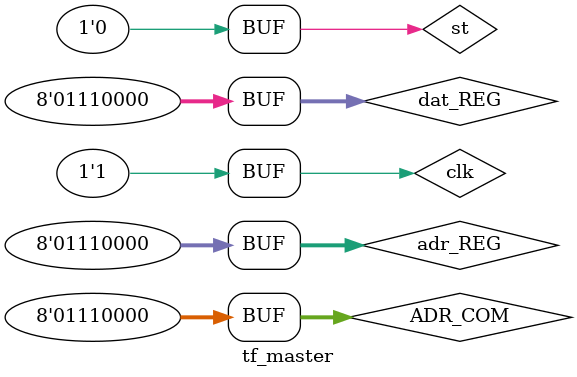
<source format=v>
`timescale 1ns / 1ps


module tf_master;

	// Inputs
	reg st;
	reg clk;
	reg [7:0] ADR_COM;
	reg [7:0] adr_REG;
	reg [7:0] dat_REG;

	// Outputs
	wire SCL;
	wire SDA_MASTER;
	wire T_start;
	wire T_stop;
	wire [3:0] cb_bit;
	wire T_AC;
	wire en_tx;
	wire ce_tact;
	wire ce_bit;
	wire ce_byte;
	wire ce_AC;
	wire err_AC;
	wire [2:0] cb_byte;
	wire [7:0] sr_rx_SDA;
	wire [7:0] RX_dat;

	// Bidirs
	wire wireSDA;

	// Instantiate the Unit Under Test (UUT)
	MASTER_I2C uut (
		.wireSDA(wireSDA), 
		.st(st), 
		.SCL(SCL), 
		.clk(clk), 
		.SDA_MASTER(SDA_MASTER), 
		.ADR_COM(ADR_COM), 
		.T_start(T_start), 
		.adr_REG(adr_REG), 
		.T_stop(T_stop), 
		.dat_REG(dat_REG), 
		.cb_bit(cb_bit), 
		.T_AC(T_AC), 
		.en_tx(en_tx), 
		.ce_tact(ce_tact), 
		.ce_bit(ce_bit), 
		.ce_byte(ce_byte), 
		.ce_AC(ce_AC), 
		.err_AC(err_AC), 
		.cb_byte(cb_byte), 
		.sr_rx_SDA(sr_rx_SDA), 
		.RX_dat(RX_dat)
	);
	
	always begin
		clk = 0;
		#10;
		clk = 1;
		#10;
	end
	

	initial begin
		// Initialize Inputs
		st = 0;
		ADR_COM = 8'h00;
		adr_REG = 8'h00;
		dat_REG = 8'h00;
		
		#500;
		
		st = 1;
		ADR_COM = 8'h70;
		adr_REG = 8'h70;
		dat_REG = 8'h70;
		
		#20;
		
		st = 0;
		ADR_COM = 8'h70;
		adr_REG = 8'h70;
		dat_REG = 8'h70;
		
	end
      
endmodule


</source>
